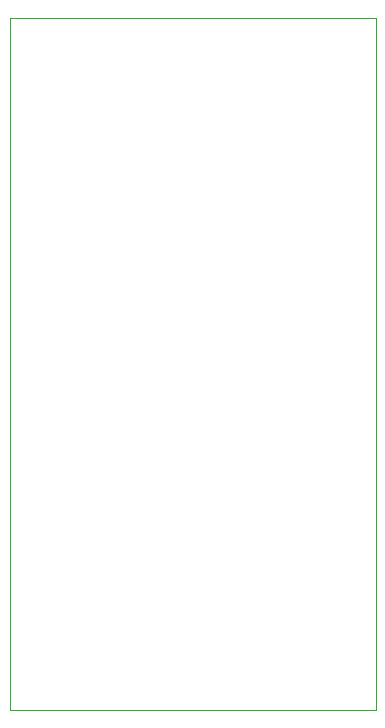
<source format=gbr>
%TF.GenerationSoftware,KiCad,Pcbnew,(5.1.9)-1*%
%TF.CreationDate,2021-02-10T21:10:38+00:00*%
%TF.ProjectId,SD_FSEQ,53445f46-5345-4512-9e6b-696361645f70,rev?*%
%TF.SameCoordinates,Original*%
%TF.FileFunction,Profile,NP*%
%FSLAX46Y46*%
G04 Gerber Fmt 4.6, Leading zero omitted, Abs format (unit mm)*
G04 Created by KiCad (PCBNEW (5.1.9)-1) date 2021-02-10 21:10:38*
%MOMM*%
%LPD*%
G01*
G04 APERTURE LIST*
%TA.AperFunction,Profile*%
%ADD10C,0.100000*%
%TD*%
G04 APERTURE END LIST*
D10*
X144170000Y-48580000D02*
X144170000Y-107200000D01*
X113180000Y-48580000D02*
X144170000Y-48580000D01*
X113180000Y-107200000D02*
X113180000Y-48580000D01*
X144170000Y-107200000D02*
X113180000Y-107200000D01*
M02*

</source>
